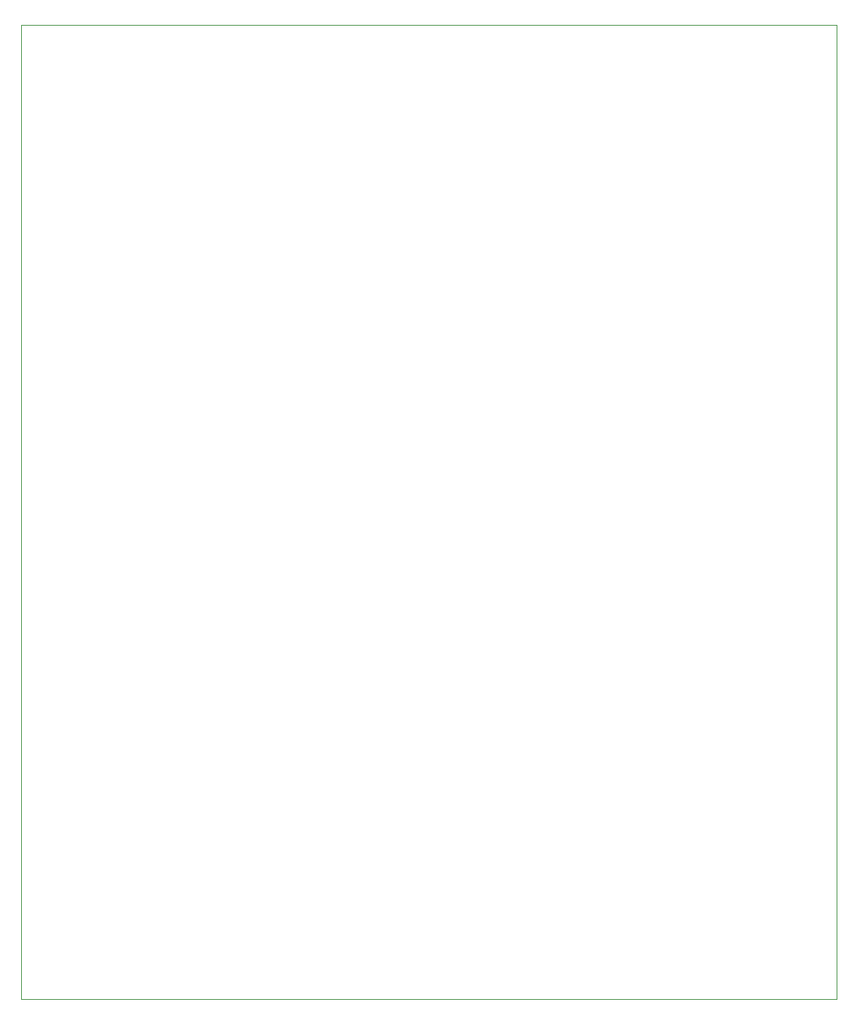
<source format=gbr>
%TF.GenerationSoftware,KiCad,Pcbnew,7.0.5*%
%TF.CreationDate,2023-06-09T18:15:06-05:00*%
%TF.ProjectId,pcbpai,70636270-6169-42e6-9b69-6361645f7063,rev?*%
%TF.SameCoordinates,Original*%
%TF.FileFunction,Profile,NP*%
%FSLAX46Y46*%
G04 Gerber Fmt 4.6, Leading zero omitted, Abs format (unit mm)*
G04 Created by KiCad (PCBNEW 7.0.5) date 2023-06-09 18:15:06*
%MOMM*%
%LPD*%
G01*
G04 APERTURE LIST*
%TA.AperFunction,Profile*%
%ADD10C,0.100000*%
%TD*%
G04 APERTURE END LIST*
D10*
X121920000Y-55880000D02*
X213360000Y-55880000D01*
X213360000Y-165100000D01*
X121920000Y-165100000D01*
X121920000Y-55880000D01*
M02*

</source>
